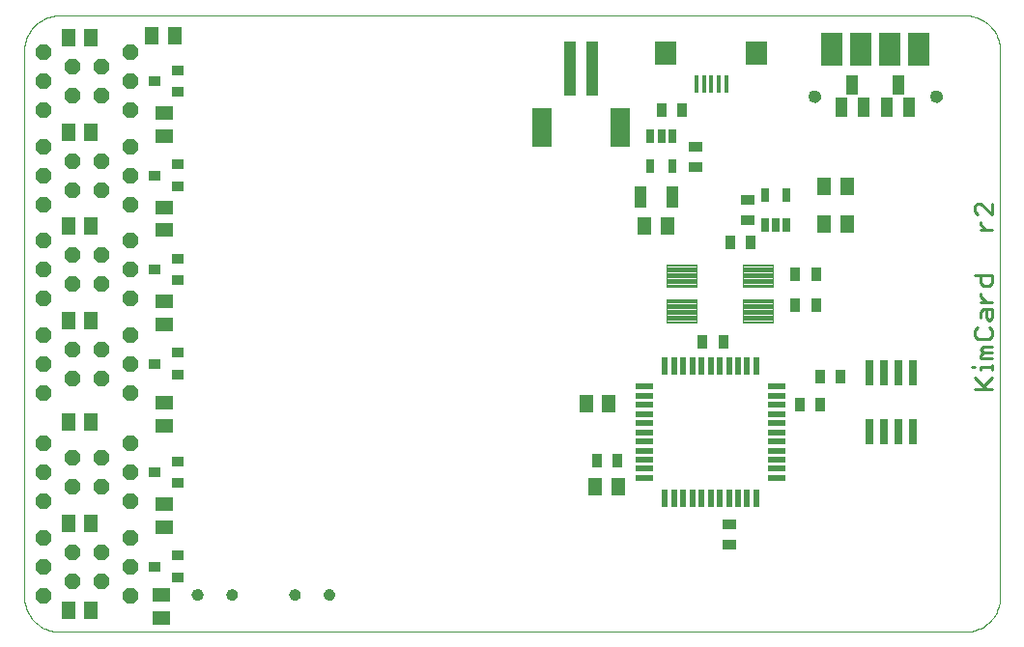
<source format=gts>
G75*
G70*
%OFA0B0*%
%FSLAX24Y24*%
%IPPOS*%
%LPD*%
%AMOC8*
5,1,8,0,0,1.08239X$1,22.5*
%
%ADD10C,0.0001*%
%ADD11C,0.0110*%
%ADD12OC8,0.0560*%
%ADD13R,0.0257X0.0512*%
%ADD14R,0.0355X0.0512*%
%ADD15R,0.0512X0.0355*%
%ADD16R,0.0434X0.0749*%
%ADD17R,0.0434X0.1851*%
%ADD18R,0.0670X0.1379*%
%ADD19R,0.0473X0.0591*%
%ADD20R,0.0394X0.0355*%
%ADD21R,0.0591X0.0473*%
%ADD22C,0.0041*%
%ADD23R,0.0276X0.0906*%
%ADD24C,0.0000*%
%ADD25C,0.0394*%
%ADD26R,0.0631X0.0237*%
%ADD27R,0.0237X0.0631*%
%ADD28R,0.0178X0.0591*%
%ADD29R,0.0749X0.0788*%
%ADD30R,0.0394X0.0709*%
%ADD31C,0.0434*%
%ADD32R,0.0750X0.1150*%
D10*
X001323Y000141D02*
X032622Y000141D01*
X032688Y000143D01*
X032754Y000148D01*
X032820Y000158D01*
X032885Y000171D01*
X032949Y000187D01*
X033012Y000207D01*
X033074Y000231D01*
X033134Y000258D01*
X033193Y000288D01*
X033250Y000322D01*
X033305Y000359D01*
X033358Y000399D01*
X033409Y000441D01*
X033457Y000487D01*
X033503Y000535D01*
X033545Y000586D01*
X033585Y000639D01*
X033622Y000694D01*
X033656Y000751D01*
X033686Y000810D01*
X033713Y000870D01*
X033737Y000932D01*
X033757Y000995D01*
X033773Y001059D01*
X033786Y001124D01*
X033796Y001190D01*
X033801Y001256D01*
X033803Y001322D01*
X033803Y020220D01*
X033801Y020286D01*
X033796Y020352D01*
X033786Y020418D01*
X033773Y020483D01*
X033757Y020547D01*
X033737Y020610D01*
X033713Y020672D01*
X033686Y020732D01*
X033656Y020791D01*
X033622Y020848D01*
X033585Y020903D01*
X033545Y020956D01*
X033503Y021007D01*
X033457Y021055D01*
X033409Y021101D01*
X033358Y021143D01*
X033305Y021183D01*
X033250Y021220D01*
X033193Y021254D01*
X033134Y021284D01*
X033074Y021311D01*
X033012Y021335D01*
X032949Y021355D01*
X032885Y021371D01*
X032820Y021384D01*
X032754Y021394D01*
X032688Y021399D01*
X032622Y021401D01*
X001323Y021401D01*
X001257Y021399D01*
X001191Y021394D01*
X001125Y021384D01*
X001060Y021371D01*
X000996Y021355D01*
X000933Y021335D01*
X000871Y021311D01*
X000811Y021284D01*
X000752Y021254D01*
X000695Y021220D01*
X000640Y021183D01*
X000587Y021143D01*
X000536Y021101D01*
X000488Y021055D01*
X000442Y021007D01*
X000400Y020956D01*
X000360Y020903D01*
X000323Y020848D01*
X000289Y020791D01*
X000259Y020732D01*
X000232Y020672D01*
X000208Y020610D01*
X000188Y020547D01*
X000172Y020483D01*
X000159Y020418D01*
X000149Y020352D01*
X000144Y020286D01*
X000142Y020220D01*
X000142Y001322D01*
X000144Y001256D01*
X000149Y001190D01*
X000159Y001124D01*
X000172Y001059D01*
X000188Y000995D01*
X000208Y000932D01*
X000232Y000870D01*
X000259Y000810D01*
X000289Y000751D01*
X000323Y000694D01*
X000360Y000639D01*
X000400Y000586D01*
X000442Y000535D01*
X000488Y000487D01*
X000536Y000441D01*
X000587Y000399D01*
X000640Y000359D01*
X000695Y000322D01*
X000752Y000288D01*
X000811Y000258D01*
X000871Y000231D01*
X000933Y000207D01*
X000996Y000187D01*
X001060Y000171D01*
X001125Y000158D01*
X001191Y000148D01*
X001257Y000143D01*
X001323Y000141D01*
D11*
X032837Y009259D02*
X032936Y009259D01*
X033132Y009259D02*
X033526Y009259D01*
X033526Y009161D02*
X033526Y009357D01*
X033526Y009590D02*
X033132Y009590D01*
X033132Y009689D01*
X033231Y009787D01*
X033132Y009886D01*
X033231Y009984D01*
X033526Y009984D01*
X033526Y009787D02*
X033231Y009787D01*
X033034Y010235D02*
X033428Y010235D01*
X033526Y010333D01*
X033526Y010530D01*
X033428Y010629D01*
X033428Y010879D02*
X033329Y010978D01*
X033329Y011273D01*
X033231Y011273D02*
X033526Y011273D01*
X033526Y010978D01*
X033428Y010879D01*
X033132Y010978D02*
X033132Y011175D01*
X033231Y011273D01*
X033329Y011524D02*
X033132Y011721D01*
X033132Y011819D01*
X033231Y012061D02*
X033132Y012159D01*
X033132Y012455D01*
X032936Y012455D02*
X033526Y012455D01*
X033526Y012159D01*
X033428Y012061D01*
X033231Y012061D01*
X033132Y011524D02*
X033526Y011524D01*
X033034Y010629D02*
X032936Y010530D01*
X032936Y010333D01*
X033034Y010235D01*
X033132Y009259D02*
X033132Y009161D01*
X032936Y008910D02*
X033329Y008516D01*
X033231Y008614D02*
X033526Y008910D01*
X033526Y008516D02*
X032936Y008516D01*
X033132Y013995D02*
X033526Y013995D01*
X033329Y013995D02*
X033132Y014191D01*
X033132Y014290D01*
X033034Y014532D02*
X032936Y014630D01*
X032936Y014827D01*
X033034Y014925D01*
X033132Y014925D01*
X033526Y014532D01*
X033526Y014925D01*
D12*
X003803Y014891D03*
X002803Y015391D03*
X001803Y015391D03*
X000803Y014891D03*
X000803Y015891D03*
X001803Y016391D03*
X002803Y016391D03*
X003803Y015891D03*
X003803Y016891D03*
X003803Y018141D03*
X002803Y018641D03*
X001803Y018641D03*
X000803Y018141D03*
X000803Y019141D03*
X001803Y019641D03*
X002803Y019641D03*
X003803Y019141D03*
X003803Y020141D03*
X000803Y020141D03*
X000803Y016891D03*
X000803Y013641D03*
X001803Y013141D03*
X002803Y013141D03*
X003803Y012641D03*
X002803Y012141D03*
X001803Y012141D03*
X000803Y011641D03*
X000803Y012641D03*
X003803Y011641D03*
X003803Y010391D03*
X002803Y009891D03*
X001803Y009891D03*
X000803Y009391D03*
X001803Y008891D03*
X002803Y008891D03*
X003803Y008391D03*
X003803Y009391D03*
X000803Y008391D03*
X000803Y006641D03*
X001803Y006141D03*
X002803Y006141D03*
X003803Y005641D03*
X002803Y005141D03*
X001803Y005141D03*
X000803Y004641D03*
X000803Y005641D03*
X003803Y004641D03*
X003803Y003391D03*
X002803Y002891D03*
X001803Y002891D03*
X000803Y002391D03*
X001803Y001891D03*
X002803Y001891D03*
X003803Y001391D03*
X003803Y002391D03*
X000803Y001391D03*
X000803Y003391D03*
X003803Y006641D03*
X000803Y010391D03*
X003803Y013641D03*
D13*
X021748Y016216D03*
X022496Y016216D03*
X022496Y017240D03*
X022122Y017240D03*
X021748Y017240D03*
X025687Y015213D03*
X026435Y015213D03*
X026435Y014189D03*
X026061Y014189D03*
X025687Y014189D03*
D14*
X025215Y013581D03*
X024507Y013581D03*
X026747Y012461D03*
X027455Y012461D03*
X027455Y011421D03*
X026747Y011421D03*
X024255Y010141D03*
X023547Y010141D03*
X026907Y007981D03*
X027615Y007981D03*
X027597Y008933D03*
X028306Y008933D03*
X020595Y006041D03*
X019887Y006041D03*
X022127Y018131D03*
X022835Y018131D03*
D15*
X023291Y016875D03*
X023291Y016167D03*
X025101Y015055D03*
X025101Y014347D03*
X024461Y003855D03*
X024461Y003147D03*
D16*
X022492Y015141D03*
X021390Y015141D03*
D17*
X019740Y019573D03*
X018953Y019573D03*
D18*
X018008Y017526D03*
X020685Y017526D03*
D19*
X021547Y014141D03*
X022335Y014141D03*
X027747Y014221D03*
X028535Y014221D03*
X028535Y015501D03*
X027747Y015501D03*
X020315Y008021D03*
X019527Y008021D03*
X019847Y005141D03*
X020635Y005141D03*
X002447Y003891D03*
X001659Y003891D03*
X001659Y000891D03*
X002447Y000891D03*
X002447Y007391D03*
X001659Y007391D03*
X001659Y010891D03*
X002447Y010891D03*
X002447Y014141D03*
X001659Y014141D03*
X001659Y017391D03*
X002447Y017391D03*
X002447Y020641D03*
X001659Y020641D03*
X004535Y020704D03*
X005322Y020704D03*
D20*
X005447Y019515D03*
X004620Y019141D03*
X005447Y018767D03*
X005447Y016265D03*
X004620Y015891D03*
X005447Y015517D03*
X005447Y013015D03*
X004620Y012641D03*
X005447Y012267D03*
X005447Y009765D03*
X004620Y009391D03*
X005447Y009017D03*
X005447Y006015D03*
X005447Y005267D03*
X004620Y005641D03*
X005447Y002765D03*
X005447Y002017D03*
X004620Y002391D03*
D21*
X004854Y001410D03*
X004854Y000622D03*
X004979Y003747D03*
X004979Y004535D03*
X004979Y007247D03*
X004979Y008035D03*
X004979Y010747D03*
X004979Y011535D03*
X004979Y013997D03*
X004979Y014785D03*
X004979Y017247D03*
X004979Y018035D03*
D22*
X022301Y012825D02*
X022301Y012039D01*
X022301Y012825D02*
X023325Y012825D01*
X023325Y012039D01*
X022301Y012039D01*
X022301Y012079D02*
X023325Y012079D01*
X023325Y012119D02*
X022301Y012119D01*
X022301Y012159D02*
X023325Y012159D01*
X023325Y012199D02*
X022301Y012199D01*
X022301Y012239D02*
X023325Y012239D01*
X023325Y012279D02*
X022301Y012279D01*
X022301Y012319D02*
X023325Y012319D01*
X023325Y012359D02*
X022301Y012359D01*
X022301Y012399D02*
X023325Y012399D01*
X023325Y012439D02*
X022301Y012439D01*
X022301Y012479D02*
X023325Y012479D01*
X023325Y012519D02*
X022301Y012519D01*
X022301Y012559D02*
X023325Y012559D01*
X023325Y012599D02*
X022301Y012599D01*
X022301Y012639D02*
X023325Y012639D01*
X023325Y012679D02*
X022301Y012679D01*
X022301Y012719D02*
X023325Y012719D01*
X023325Y012759D02*
X022301Y012759D01*
X022301Y012799D02*
X023325Y012799D01*
X024938Y012825D02*
X024938Y012039D01*
X024938Y012825D02*
X025962Y012825D01*
X025962Y012039D01*
X024938Y012039D01*
X024938Y012079D02*
X025962Y012079D01*
X025962Y012119D02*
X024938Y012119D01*
X024938Y012159D02*
X025962Y012159D01*
X025962Y012199D02*
X024938Y012199D01*
X024938Y012239D02*
X025962Y012239D01*
X025962Y012279D02*
X024938Y012279D01*
X024938Y012319D02*
X025962Y012319D01*
X025962Y012359D02*
X024938Y012359D01*
X024938Y012399D02*
X025962Y012399D01*
X025962Y012439D02*
X024938Y012439D01*
X024938Y012479D02*
X025962Y012479D01*
X025962Y012519D02*
X024938Y012519D01*
X024938Y012559D02*
X025962Y012559D01*
X025962Y012599D02*
X024938Y012599D01*
X024938Y012639D02*
X025962Y012639D01*
X025962Y012679D02*
X024938Y012679D01*
X024938Y012719D02*
X025962Y012719D01*
X025962Y012759D02*
X024938Y012759D01*
X024938Y012799D02*
X025962Y012799D01*
X024938Y011604D02*
X024938Y010818D01*
X024938Y011604D02*
X025962Y011604D01*
X025962Y010818D01*
X024938Y010818D01*
X024938Y010858D02*
X025962Y010858D01*
X025962Y010898D02*
X024938Y010898D01*
X024938Y010938D02*
X025962Y010938D01*
X025962Y010978D02*
X024938Y010978D01*
X024938Y011018D02*
X025962Y011018D01*
X025962Y011058D02*
X024938Y011058D01*
X024938Y011098D02*
X025962Y011098D01*
X025962Y011138D02*
X024938Y011138D01*
X024938Y011178D02*
X025962Y011178D01*
X025962Y011218D02*
X024938Y011218D01*
X024938Y011258D02*
X025962Y011258D01*
X025962Y011298D02*
X024938Y011298D01*
X024938Y011338D02*
X025962Y011338D01*
X025962Y011378D02*
X024938Y011378D01*
X024938Y011418D02*
X025962Y011418D01*
X025962Y011458D02*
X024938Y011458D01*
X024938Y011498D02*
X025962Y011498D01*
X025962Y011538D02*
X024938Y011538D01*
X024938Y011578D02*
X025962Y011578D01*
X022301Y011604D02*
X022301Y010818D01*
X022301Y011604D02*
X023325Y011604D01*
X023325Y010818D01*
X022301Y010818D01*
X022301Y010858D02*
X023325Y010858D01*
X023325Y010898D02*
X022301Y010898D01*
X022301Y010938D02*
X023325Y010938D01*
X023325Y010978D02*
X022301Y010978D01*
X022301Y011018D02*
X023325Y011018D01*
X023325Y011058D02*
X022301Y011058D01*
X022301Y011098D02*
X023325Y011098D01*
X023325Y011138D02*
X022301Y011138D01*
X022301Y011178D02*
X023325Y011178D01*
X023325Y011218D02*
X022301Y011218D01*
X022301Y011258D02*
X023325Y011258D01*
X023325Y011298D02*
X022301Y011298D01*
X022301Y011338D02*
X023325Y011338D01*
X023325Y011378D02*
X022301Y011378D01*
X022301Y011418D02*
X023325Y011418D01*
X023325Y011458D02*
X022301Y011458D01*
X022301Y011498D02*
X023325Y011498D01*
X023325Y011538D02*
X022301Y011538D01*
X022301Y011578D02*
X023325Y011578D01*
D23*
X029311Y009085D03*
X029811Y009085D03*
X030311Y009085D03*
X030811Y009085D03*
X030811Y007037D03*
X030311Y007037D03*
X029811Y007037D03*
X029311Y007037D03*
D24*
X027204Y018621D02*
X027206Y018648D01*
X027212Y018675D01*
X027221Y018701D01*
X027234Y018725D01*
X027250Y018748D01*
X027269Y018767D01*
X027291Y018784D01*
X027315Y018798D01*
X027340Y018808D01*
X027367Y018815D01*
X027394Y018818D01*
X027422Y018817D01*
X027449Y018812D01*
X027475Y018804D01*
X027499Y018792D01*
X027522Y018776D01*
X027543Y018758D01*
X027560Y018737D01*
X027575Y018713D01*
X027586Y018688D01*
X027594Y018662D01*
X027598Y018635D01*
X027598Y018607D01*
X027594Y018580D01*
X027586Y018554D01*
X027575Y018529D01*
X027560Y018505D01*
X027543Y018484D01*
X027522Y018466D01*
X027500Y018450D01*
X027475Y018438D01*
X027449Y018430D01*
X027422Y018425D01*
X027394Y018424D01*
X027367Y018427D01*
X027340Y018434D01*
X027315Y018444D01*
X027291Y018458D01*
X027269Y018475D01*
X027250Y018494D01*
X027234Y018517D01*
X027221Y018541D01*
X027212Y018567D01*
X027206Y018594D01*
X027204Y018621D01*
X031404Y018621D02*
X031406Y018648D01*
X031412Y018675D01*
X031421Y018701D01*
X031434Y018725D01*
X031450Y018748D01*
X031469Y018767D01*
X031491Y018784D01*
X031515Y018798D01*
X031540Y018808D01*
X031567Y018815D01*
X031594Y018818D01*
X031622Y018817D01*
X031649Y018812D01*
X031675Y018804D01*
X031699Y018792D01*
X031722Y018776D01*
X031743Y018758D01*
X031760Y018737D01*
X031775Y018713D01*
X031786Y018688D01*
X031794Y018662D01*
X031798Y018635D01*
X031798Y018607D01*
X031794Y018580D01*
X031786Y018554D01*
X031775Y018529D01*
X031760Y018505D01*
X031743Y018484D01*
X031722Y018466D01*
X031700Y018450D01*
X031675Y018438D01*
X031649Y018430D01*
X031622Y018425D01*
X031594Y018424D01*
X031567Y018427D01*
X031540Y018434D01*
X031515Y018444D01*
X031491Y018458D01*
X031469Y018475D01*
X031450Y018494D01*
X031434Y018517D01*
X031421Y018541D01*
X031412Y018567D01*
X031406Y018594D01*
X031404Y018621D01*
X010475Y001421D02*
X010477Y001447D01*
X010483Y001473D01*
X010493Y001498D01*
X010506Y001521D01*
X010522Y001541D01*
X010542Y001559D01*
X010564Y001574D01*
X010587Y001586D01*
X010613Y001594D01*
X010639Y001598D01*
X010665Y001598D01*
X010691Y001594D01*
X010717Y001586D01*
X010741Y001574D01*
X010762Y001559D01*
X010782Y001541D01*
X010798Y001521D01*
X010811Y001498D01*
X010821Y001473D01*
X010827Y001447D01*
X010829Y001421D01*
X010827Y001395D01*
X010821Y001369D01*
X010811Y001344D01*
X010798Y001321D01*
X010782Y001301D01*
X010762Y001283D01*
X010740Y001268D01*
X010717Y001256D01*
X010691Y001248D01*
X010665Y001244D01*
X010639Y001244D01*
X010613Y001248D01*
X010587Y001256D01*
X010563Y001268D01*
X010542Y001283D01*
X010522Y001301D01*
X010506Y001321D01*
X010493Y001344D01*
X010483Y001369D01*
X010477Y001395D01*
X010475Y001421D01*
X009294Y001421D02*
X009296Y001447D01*
X009302Y001473D01*
X009312Y001498D01*
X009325Y001521D01*
X009341Y001541D01*
X009361Y001559D01*
X009383Y001574D01*
X009406Y001586D01*
X009432Y001594D01*
X009458Y001598D01*
X009484Y001598D01*
X009510Y001594D01*
X009536Y001586D01*
X009560Y001574D01*
X009581Y001559D01*
X009601Y001541D01*
X009617Y001521D01*
X009630Y001498D01*
X009640Y001473D01*
X009646Y001447D01*
X009648Y001421D01*
X009646Y001395D01*
X009640Y001369D01*
X009630Y001344D01*
X009617Y001321D01*
X009601Y001301D01*
X009581Y001283D01*
X009559Y001268D01*
X009536Y001256D01*
X009510Y001248D01*
X009484Y001244D01*
X009458Y001244D01*
X009432Y001248D01*
X009406Y001256D01*
X009382Y001268D01*
X009361Y001283D01*
X009341Y001301D01*
X009325Y001321D01*
X009312Y001344D01*
X009302Y001369D01*
X009296Y001395D01*
X009294Y001421D01*
X007115Y001421D02*
X007117Y001447D01*
X007123Y001473D01*
X007133Y001498D01*
X007146Y001521D01*
X007162Y001541D01*
X007182Y001559D01*
X007204Y001574D01*
X007227Y001586D01*
X007253Y001594D01*
X007279Y001598D01*
X007305Y001598D01*
X007331Y001594D01*
X007357Y001586D01*
X007381Y001574D01*
X007402Y001559D01*
X007422Y001541D01*
X007438Y001521D01*
X007451Y001498D01*
X007461Y001473D01*
X007467Y001447D01*
X007469Y001421D01*
X007467Y001395D01*
X007461Y001369D01*
X007451Y001344D01*
X007438Y001321D01*
X007422Y001301D01*
X007402Y001283D01*
X007380Y001268D01*
X007357Y001256D01*
X007331Y001248D01*
X007305Y001244D01*
X007279Y001244D01*
X007253Y001248D01*
X007227Y001256D01*
X007203Y001268D01*
X007182Y001283D01*
X007162Y001301D01*
X007146Y001321D01*
X007133Y001344D01*
X007123Y001369D01*
X007117Y001395D01*
X007115Y001421D01*
X005934Y001421D02*
X005936Y001447D01*
X005942Y001473D01*
X005952Y001498D01*
X005965Y001521D01*
X005981Y001541D01*
X006001Y001559D01*
X006023Y001574D01*
X006046Y001586D01*
X006072Y001594D01*
X006098Y001598D01*
X006124Y001598D01*
X006150Y001594D01*
X006176Y001586D01*
X006200Y001574D01*
X006221Y001559D01*
X006241Y001541D01*
X006257Y001521D01*
X006270Y001498D01*
X006280Y001473D01*
X006286Y001447D01*
X006288Y001421D01*
X006286Y001395D01*
X006280Y001369D01*
X006270Y001344D01*
X006257Y001321D01*
X006241Y001301D01*
X006221Y001283D01*
X006199Y001268D01*
X006176Y001256D01*
X006150Y001248D01*
X006124Y001244D01*
X006098Y001244D01*
X006072Y001248D01*
X006046Y001256D01*
X006022Y001268D01*
X006001Y001283D01*
X005981Y001301D01*
X005965Y001321D01*
X005952Y001344D01*
X005942Y001369D01*
X005936Y001395D01*
X005934Y001421D01*
D25*
X006111Y001421D03*
X007292Y001421D03*
X009471Y001421D03*
X010652Y001421D03*
D26*
X021538Y005446D03*
X021538Y005761D03*
X021538Y006076D03*
X021538Y006391D03*
X021538Y006706D03*
X021538Y007021D03*
X021538Y007336D03*
X021538Y007651D03*
X021538Y007966D03*
X021538Y008281D03*
X021538Y008596D03*
X026105Y008596D03*
X026105Y008281D03*
X026105Y007966D03*
X026105Y007651D03*
X026105Y007336D03*
X026105Y007021D03*
X026105Y006706D03*
X026105Y006391D03*
X026105Y006076D03*
X026105Y005761D03*
X026105Y005446D03*
D27*
X025396Y004738D03*
X025081Y004738D03*
X024766Y004738D03*
X024451Y004738D03*
X024136Y004738D03*
X023821Y004738D03*
X023506Y004738D03*
X023191Y004738D03*
X022876Y004738D03*
X022561Y004738D03*
X022246Y004738D03*
X022246Y009305D03*
X022561Y009305D03*
X022876Y009305D03*
X023191Y009305D03*
X023506Y009305D03*
X023821Y009305D03*
X024136Y009305D03*
X024451Y009305D03*
X024766Y009305D03*
X025081Y009305D03*
X025396Y009305D03*
D28*
X024353Y019058D03*
X024097Y019058D03*
X023841Y019058D03*
X023585Y019058D03*
X023329Y019058D03*
D29*
X022266Y020101D03*
X025416Y020101D03*
D30*
X028320Y018227D03*
X029107Y018227D03*
X029895Y018227D03*
X030682Y018227D03*
X030289Y019015D03*
X028714Y019015D03*
D31*
X027401Y018621D03*
X031601Y018621D03*
D32*
X031001Y020246D03*
X030001Y020246D03*
X029001Y020246D03*
X028001Y020246D03*
M02*

</source>
